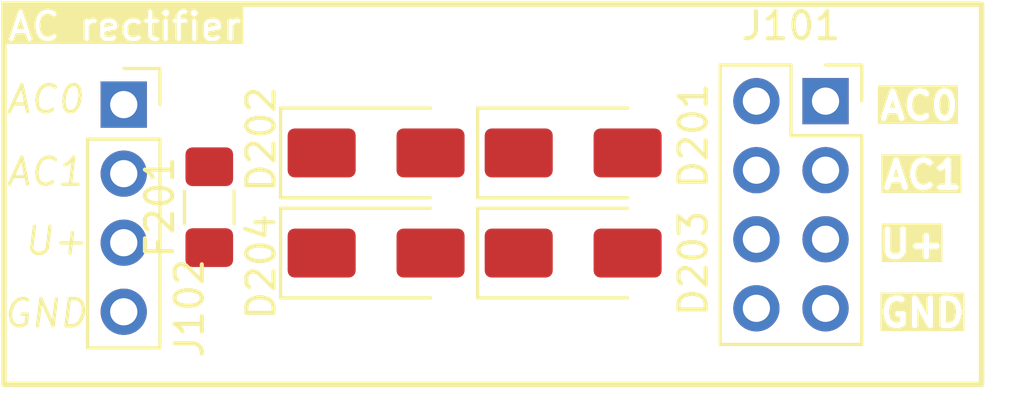
<source format=kicad_pcb>
(kicad_pcb (version 20240108) (generator "pcbnew") (generator_version "8.0")
  (layers (0 "F.Cu" signal) (31 "B.Cu" signal) (34 "B.Paste" user) (35 "F.Paste" user) (36 "B.SilkS" user "B.Silkscreen") (37 "F.SilkS" user "F.Silkscreen") (38 "B.Mask" user) (39 "F.Mask" user) (44 "Edge.Cuts" user))
  (net 0 "")
  (net 1 "/J_GND")
  (net 2 "/J_AC0")
  (net 3 "/J_U+")
  (net 4 "/J_AC1")
  (net 5 "/U+")
  (net 6 "/GND")
  (net 7 "/rails_power_ac-dc-bridge-medium/+U_UNFUSED")
  (footprint "Fuse:Fuse_1206_3216Metric_Pad1.42x1.75mm_HandSolder" (layer "F.Cu") (at 133.826 65.1145 90)
    (property "Reference" "F201" (at 0 -1.82 90) (layer "F.SilkS"))
    (property "Value" "SRF1206P150")
    (fp_line (start -0.602064 -0.91) (end 0.602064 -0.91) (stroke (width 0.12)) (layer "F.SilkS"))
    (fp_line (start -0.602064 0.91) (end 0.602064 0.91) (stroke (width 0.12)) (layer "F.SilkS"))
    (pad "1" smd roundrect (at -1.4875 0 90) (size 1.425 1.75) (layers "F.Cu" "F.Paste" "F.Mask") (roundrect_rratio 0.175439) (net 7 "/rails_power_ac-dc-bridge-medium/+U_UNFUSED"))
    (pad "2" smd roundrect (at 1.4875 0 90) (size 1.425 1.75) (layers "F.Cu" "F.Paste" "F.Mask") (roundrect_rratio 0.175439) (net 3 "/J_U+"))
  )
  (footprint "Diode_SMD:D_SMA" (layer "F.Cu") (at 147.193 66.802)
    (property "Reference" "D203" (at 4.413 0.381 90) (layer "F.SilkS"))
    (property "Value" "SS14")
    (fp_line (start -3.51 -1.65) (end -3.51 1.65) (stroke (width 0.12)) (layer "F.SilkS"))
    (fp_line (start -3.51 -1.65) (end 2 -1.65) (stroke (width 0.12)) (layer "F.SilkS"))
    (fp_line (start -3.51 1.65) (end 2 1.65) (stroke (width 0.12)) (layer "F.SilkS"))
    (pad "1" smd roundrect (at -2.000001 0) (size 2.5 1.8) (layers "F.Cu" "F.Paste" "F.Mask") (roundrect_rratio 0.1388888889) (net 4 "/J_AC1"))
    (pad "2" smd roundrect (at 2.000001 0) (size 2.5 1.8) (layers "F.Cu" "F.Paste" "F.Mask") (roundrect_rratio 0.1388888889) (net 1 "/J_GND"))
  )
  (footprint "Connector_PinSocket_2.54mm:PinSocket_1x04_P2.54mm_Vertical" (layer "F.Cu") (at 130.683 61.341)
    (property "Reference" "J102" (at 2.413 7.493 -90) (layer "F.SilkS"))
    (property "Value" "Conn_01x04")
    (fp_line (start -1.33 1.27) (end -1.33 8.95) (stroke (width 0.12)) (layer "F.SilkS"))
    (fp_line (start -1.33 1.27) (end 1.33 1.27) (stroke (width 0.12)) (layer "F.SilkS"))
    (fp_line (start -1.33 8.95) (end 1.33 8.95) (stroke (width 0.12)) (layer "F.SilkS"))
    (fp_line (start 0 -1.33) (end 1.33 -1.33) (stroke (width 0.12)) (layer "F.SilkS"))
    (fp_line (start 1.33 -1.33) (end 1.33 0) (stroke (width 0.12)) (layer "F.SilkS"))
    (fp_line (start 1.33 1.27) (end 1.33 8.95) (stroke (width 0.12)) (layer "F.SilkS"))
    (pad "1" thru_hole rect (at 0 0) (size 1.7 1.7) (drill 1) (layers "*.Cu" "*.Mask") (net 2 "/J_AC0"))
    (pad "2" thru_hole oval (at 0 2.54) (size 1.7 1.7) (drill 1) (layers "*.Cu" "*.Mask") (net 4 "/J_AC1"))
    (pad "3" thru_hole oval (at 0 5.08) (size 1.7 1.7) (drill 1) (layers "*.Cu" "*.Mask") (net 3 "/J_U+"))
    (pad "4" thru_hole oval (at 0 7.62) (size 1.7 1.7) (drill 1) (layers "*.Cu" "*.Mask") (net 1 "/J_GND"))
  )
  (footprint "Connector_PinSocket_2.54mm:PinSocket_2x04_P2.54mm_Vertical" (layer "F.Cu") (at 156.464 61.214)
    (property "Reference" "J101" (at -1.27 -2.77 0) (layer "F.SilkS"))
    (property "Value" "Conn_02x04_Odd_Even")
    (fp_line (start -3.87 -1.33) (end -3.87 8.95) (stroke (width 0.12)) (layer "F.SilkS"))
    (fp_line (start -3.87 -1.33) (end -1.27 -1.33) (stroke (width 0.12)) (layer "F.SilkS"))
    (fp_line (start -3.87 8.95) (end 1.33 8.95) (stroke (width 0.12)) (layer "F.SilkS"))
    (fp_line (start -1.27 -1.33) (end -1.27 1.27) (stroke (width 0.12)) (layer "F.SilkS"))
    (fp_line (start -1.27 1.27) (end 1.33 1.27) (stroke (width 0.12)) (layer "F.SilkS"))
    (fp_line (start 0 -1.33) (end 1.33 -1.33) (stroke (width 0.12)) (layer "F.SilkS"))
    (fp_line (start 1.33 -1.33) (end 1.33 0) (stroke (width 0.12)) (layer "F.SilkS"))
    (fp_line (start 1.33 1.27) (end 1.33 8.95) (stroke (width 0.12)) (layer "F.SilkS"))
    (pad "1" thru_hole rect (at 0 0) (size 1.7 1.7) (drill 1) (layers "*.Cu" "*.Mask") (net 2 "/J_AC0"))
    (pad "2" thru_hole oval (at -2.54 0) (size 1.7 1.7) (drill 1) (layers "*.Cu" "*.Mask") (net 2 "/J_AC0"))
    (pad "3" thru_hole oval (at 0 2.54) (size 1.7 1.7) (drill 1) (layers "*.Cu" "*.Mask") (net 4 "/J_AC1"))
    (pad "4" thru_hole oval (at -2.54 2.54) (size 1.7 1.7) (drill 1) (layers "*.Cu" "*.Mask") (net 4 "/J_AC1"))
    (pad "5" thru_hole oval (at 0 5.08) (size 1.7 1.7) (drill 1) (layers "*.Cu" "*.Mask") (net 5 "/U+"))
    (pad "6" thru_hole oval (at -2.54 5.08) (size 1.7 1.7) (drill 1) (layers "*.Cu" "*.Mask") (net 3 "/J_U+"))
    (pad "7" thru_hole oval (at 0 7.62) (size 1.7 1.7) (drill 1) (layers "*.Cu" "*.Mask") (net 6 "/GND"))
    (pad "8" thru_hole oval (at -2.54 7.62) (size 1.7 1.7) (drill 1) (layers "*.Cu" "*.Mask") (net 1 "/J_GND"))
  )
  (footprint "Diode_SMD:D_SMA" (layer "F.Cu") (at 139.954 63.119)
    (property "Reference" "D202" (at -4.223 -0.508 90) (layer "F.SilkS"))
    (property "Value" "SS14")
    (fp_line (start -3.51 -1.65) (end -3.51 1.65) (stroke (width 0.12)) (layer "F.SilkS"))
    (fp_line (start -3.51 -1.65) (end 2 -1.65) (stroke (width 0.12)) (layer "F.SilkS"))
    (fp_line (start -3.51 1.65) (end 2 1.65) (stroke (width 0.12)) (layer "F.SilkS"))
    (pad "1" smd roundrect (at -2.000001 0) (size 2.5 1.8) (layers "F.Cu" "F.Paste" "F.Mask") (roundrect_rratio 0.1388888889) (net 7 "/rails_power_ac-dc-bridge-medium/+U_UNFUSED"))
    (pad "2" smd roundrect (at 2.000001 0) (size 2.5 1.8) (layers "F.Cu" "F.Paste" "F.Mask") (roundrect_rratio 0.1388888889) (net 2 "/J_AC0"))
  )
  (footprint "Diode_SMD:D_SMA" (layer "F.Cu") (at 139.954 66.802)
    (property "Reference" "D204" (at -4.223 0.508 90) (layer "F.SilkS"))
    (property "Value" "SS14")
    (fp_line (start -3.51 -1.65) (end -3.51 1.65) (stroke (width 0.12)) (layer "F.SilkS"))
    (fp_line (start -3.51 -1.65) (end 2 -1.65) (stroke (width 0.12)) (layer "F.SilkS"))
    (fp_line (start -3.51 1.65) (end 2 1.65) (stroke (width 0.12)) (layer "F.SilkS"))
    (pad "1" smd roundrect (at -2 0) (size 2.5 1.8) (layers "F.Cu" "F.Paste" "F.Mask") (roundrect_rratio 0.1388888889) (net 7 "/rails_power_ac-dc-bridge-medium/+U_UNFUSED"))
    (pad "2" smd roundrect (at 2 0) (size 2.5 1.8) (layers "F.Cu" "F.Paste" "F.Mask") (roundrect_rratio 0.1388888889) (net 4 "/J_AC1"))
  )
  (footprint "Diode_SMD:D_SMA" (layer "F.Cu") (at 147.193 63.119)
    (property "Reference" "D201" (at 4.413 -0.635 90) (layer "F.SilkS"))
    (property "Value" "SS14")
    (fp_line (start -3.51 -1.65) (end -3.51 1.65) (stroke (width 0.12)) (layer "F.SilkS"))
    (fp_line (start -3.51 -1.65) (end 2 -1.65) (stroke (width 0.12)) (layer "F.SilkS"))
    (fp_line (start -3.51 1.65) (end 2 1.65) (stroke (width 0.12)) (layer "F.SilkS"))
    (pad "1" smd roundrect (at -2.000001 0) (size 2.5 1.8) (layers "F.Cu" "F.Paste" "F.Mask") (roundrect_rratio 0.1388888889) (net 2 "/J_AC0"))
    (pad "2" smd roundrect (at 2.000001 0) (size 2.5 1.8) (layers "F.Cu" "F.Paste" "F.Mask") (roundrect_rratio 0.1388888889) (net 1 "/J_GND"))
  )
  (gr_rect (start 126.282001 57.645749) (end 162.197 71.628) (stroke (width 0.2)) (fill none) (layer "F.SilkS"))
  (gr_text "AC rectifier" (at 126.365 59.055 0) (layer "F.SilkS" knockout) (effects (font (size 1 1)) (justify left bottom)))
  (gr_text "AC0" (at 158.369 61.976 0) (layer "F.SilkS" knockout) (effects (font (size 1 1) (thickness 0.2) (bold yes)) (justify left bottom)))
  (gr_text "AC0" (at 129.286 61.732 0) (layer "F.SilkS") (effects (font (size 1 1) (thickness 0.125) (italic yes)) (justify right bottom)))
  (gr_text "AC1" (at 129.286 64.399 0) (layer "F.SilkS") (effects (font (size 1 1) (thickness 0.125) (italic yes)) (justify right bottom)))
  (gr_text "GND" (at 129.413 69.606 0) (layer "F.SilkS") (effects (font (size 1 1) (thickness 0.125) (italic yes)) (justify right bottom)))
  (gr_text "AC1" (at 158.496 64.516 0) (layer "F.SilkS" knockout) (effects (font (size 1 1) (thickness 0.2) (bold yes)) (justify left bottom)))
  (gr_text "U+" (at 129.413 66.939 0) (layer "F.SilkS") (effects (font (size 1 1) (thickness 0.125) (italic yes)) (justify right bottom)))
  (gr_text "U+" (at 158.369 67.056 0) (layer "F.SilkS" knockout) (effects (font (size 1 1) (thickness 0.2) (bold yes)) (justify left bottom)))
  (gr_text "GND" (at 158.369 69.596 0) (layer "F.SilkS" knockout) (effects (font (size 1 1) (thickness 0.2) (bold yes)) (justify left bottom)))
)
</source>
